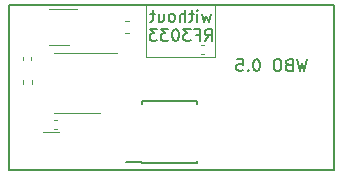
<source format=gbo>
G04 #@! TF.GenerationSoftware,KiCad,Pcbnew,(6.0.8)*
G04 #@! TF.CreationDate,2023-04-03T16:58:02+03:00*
G04 #@! TF.ProjectId,hellen1-wbo,68656c6c-656e-4312-9d77-626f2e6b6963,0.3*
G04 #@! TF.SameCoordinates,PX4a19ba0PY5aa5910*
G04 #@! TF.FileFunction,Legend,Bot*
G04 #@! TF.FilePolarity,Positive*
%FSLAX46Y46*%
G04 Gerber Fmt 4.6, Leading zero omitted, Abs format (unit mm)*
G04 Created by KiCad (PCBNEW (6.0.8)) date 2023-04-03 16:58:02*
%MOMM*%
%LPD*%
G01*
G04 APERTURE LIST*
%ADD10C,0.120000*%
%ADD11C,0.150000*%
%ADD12C,0.200000*%
G04 APERTURE END LIST*
D10*
X17500000Y9650000D02*
X11700000Y9650000D01*
X17500000Y9650000D02*
X17500000Y14015000D01*
X11700000Y9650000D02*
X11700000Y13990000D01*
D11*
X17167619Y13289286D02*
X16977142Y12622620D01*
X16786666Y13098810D01*
X16596190Y12622620D01*
X16405714Y13289286D01*
X16024761Y12622620D02*
X16024761Y13289286D01*
X16024761Y13622620D02*
X16072380Y13575000D01*
X16024761Y13527381D01*
X15977142Y13575000D01*
X16024761Y13622620D01*
X16024761Y13527381D01*
X15691428Y13289286D02*
X15310476Y13289286D01*
X15548571Y13622620D02*
X15548571Y12765477D01*
X15500952Y12670239D01*
X15405714Y12622620D01*
X15310476Y12622620D01*
X14977142Y12622620D02*
X14977142Y13622620D01*
X14548571Y12622620D02*
X14548571Y13146429D01*
X14596190Y13241667D01*
X14691428Y13289286D01*
X14834285Y13289286D01*
X14929523Y13241667D01*
X14977142Y13194048D01*
X13929523Y12622620D02*
X14024761Y12670239D01*
X14072380Y12717858D01*
X14120000Y12813096D01*
X14120000Y13098810D01*
X14072380Y13194048D01*
X14024761Y13241667D01*
X13929523Y13289286D01*
X13786666Y13289286D01*
X13691428Y13241667D01*
X13643809Y13194048D01*
X13596190Y13098810D01*
X13596190Y12813096D01*
X13643809Y12717858D01*
X13691428Y12670239D01*
X13786666Y12622620D01*
X13929523Y12622620D01*
X12739047Y13289286D02*
X12739047Y12622620D01*
X13167619Y13289286D02*
X13167619Y12765477D01*
X13120000Y12670239D01*
X13024761Y12622620D01*
X12881904Y12622620D01*
X12786666Y12670239D01*
X12739047Y12717858D01*
X12405714Y13289286D02*
X12024761Y13289286D01*
X12262857Y13622620D02*
X12262857Y12765477D01*
X12215238Y12670239D01*
X12120000Y12622620D01*
X12024761Y12622620D01*
X16643809Y11012620D02*
X16977142Y11488810D01*
X17215238Y11012620D02*
X17215238Y12012620D01*
X16834285Y12012620D01*
X16739047Y11965000D01*
X16691428Y11917381D01*
X16643809Y11822143D01*
X16643809Y11679286D01*
X16691428Y11584048D01*
X16739047Y11536429D01*
X16834285Y11488810D01*
X17215238Y11488810D01*
X15881904Y11536429D02*
X16215238Y11536429D01*
X16215238Y11012620D02*
X16215238Y12012620D01*
X15739047Y12012620D01*
X15453333Y12012620D02*
X14834285Y12012620D01*
X15167619Y11631667D01*
X15024761Y11631667D01*
X14929523Y11584048D01*
X14881904Y11536429D01*
X14834285Y11441191D01*
X14834285Y11203096D01*
X14881904Y11107858D01*
X14929523Y11060239D01*
X15024761Y11012620D01*
X15310476Y11012620D01*
X15405714Y11060239D01*
X15453333Y11107858D01*
X14215238Y12012620D02*
X14120000Y12012620D01*
X14024761Y11965000D01*
X13977142Y11917381D01*
X13929523Y11822143D01*
X13881904Y11631667D01*
X13881904Y11393572D01*
X13929523Y11203096D01*
X13977142Y11107858D01*
X14024761Y11060239D01*
X14120000Y11012620D01*
X14215238Y11012620D01*
X14310476Y11060239D01*
X14358095Y11107858D01*
X14405714Y11203096D01*
X14453333Y11393572D01*
X14453333Y11631667D01*
X14405714Y11822143D01*
X14358095Y11917381D01*
X14310476Y11965000D01*
X14215238Y12012620D01*
X13548571Y12012620D02*
X12929523Y12012620D01*
X13262857Y11631667D01*
X13120000Y11631667D01*
X13024761Y11584048D01*
X12977142Y11536429D01*
X12929523Y11441191D01*
X12929523Y11203096D01*
X12977142Y11107858D01*
X13024761Y11060239D01*
X13120000Y11012620D01*
X13405714Y11012620D01*
X13500952Y11060239D01*
X13548571Y11107858D01*
X12596190Y12012620D02*
X11977142Y12012620D01*
X12310476Y11631667D01*
X12167619Y11631667D01*
X12072380Y11584048D01*
X12024761Y11536429D01*
X11977142Y11441191D01*
X11977142Y11203096D01*
X12024761Y11107858D01*
X12072380Y11060239D01*
X12167619Y11012620D01*
X12453333Y11012620D01*
X12548571Y11060239D01*
X12596190Y11107858D01*
X25323809Y9447620D02*
X25085714Y8447620D01*
X24895238Y9161905D01*
X24704761Y8447620D01*
X24466666Y9447620D01*
X23752380Y8971429D02*
X23609523Y8923810D01*
X23561904Y8876191D01*
X23514285Y8780953D01*
X23514285Y8638096D01*
X23561904Y8542858D01*
X23609523Y8495239D01*
X23704761Y8447620D01*
X24085714Y8447620D01*
X24085714Y9447620D01*
X23752380Y9447620D01*
X23657142Y9400000D01*
X23609523Y9352381D01*
X23561904Y9257143D01*
X23561904Y9161905D01*
X23609523Y9066667D01*
X23657142Y9019048D01*
X23752380Y8971429D01*
X24085714Y8971429D01*
X22895238Y9447620D02*
X22704761Y9447620D01*
X22609523Y9400000D01*
X22514285Y9304762D01*
X22466666Y9114286D01*
X22466666Y8780953D01*
X22514285Y8590477D01*
X22609523Y8495239D01*
X22704761Y8447620D01*
X22895238Y8447620D01*
X22990476Y8495239D01*
X23085714Y8590477D01*
X23133333Y8780953D01*
X23133333Y9114286D01*
X23085714Y9304762D01*
X22990476Y9400000D01*
X22895238Y9447620D01*
X21085714Y9447620D02*
X20990476Y9447620D01*
X20895238Y9400000D01*
X20847619Y9352381D01*
X20800000Y9257143D01*
X20752380Y9066667D01*
X20752380Y8828572D01*
X20800000Y8638096D01*
X20847619Y8542858D01*
X20895238Y8495239D01*
X20990476Y8447620D01*
X21085714Y8447620D01*
X21180952Y8495239D01*
X21228571Y8542858D01*
X21276190Y8638096D01*
X21323809Y8828572D01*
X21323809Y9066667D01*
X21276190Y9257143D01*
X21228571Y9352381D01*
X21180952Y9400000D01*
X21085714Y9447620D01*
X20323809Y8542858D02*
X20276190Y8495239D01*
X20323809Y8447620D01*
X20371428Y8495239D01*
X20323809Y8542858D01*
X20323809Y8447620D01*
X19371428Y9447620D02*
X19847619Y9447620D01*
X19895238Y8971429D01*
X19847619Y9019048D01*
X19752380Y9066667D01*
X19514285Y9066667D01*
X19419047Y9019048D01*
X19371428Y8971429D01*
X19323809Y8876191D01*
X19323809Y8638096D01*
X19371428Y8542858D01*
X19419047Y8495239D01*
X19514285Y8447620D01*
X19752380Y8447620D01*
X19847619Y8495239D01*
X19895238Y8542858D01*
D12*
G04 #@! TO.C,M600*
X27600000Y14000000D02*
X100000Y14000000D01*
X100000Y14000000D02*
X100000Y100000D01*
X100000Y100000D02*
X27600000Y100000D01*
X27600000Y100000D02*
X27600000Y14000000D01*
D10*
G04 #@! TO.C,R609*
X10187779Y11640000D02*
X9862221Y11640000D01*
X10187779Y12660000D02*
X9862221Y12660000D01*
D11*
G04 #@! TO.C,U600*
X11325000Y5875000D02*
X11325000Y5650000D01*
X11325000Y625000D02*
X15975000Y625000D01*
X15975000Y5875000D02*
X15975000Y5650000D01*
X15975000Y625000D02*
X15975000Y850000D01*
X11325000Y5875000D02*
X15975000Y5875000D01*
X11325000Y625000D02*
X11325000Y750000D01*
X11325000Y750000D02*
X9975000Y750000D01*
D10*
G04 #@! TO.C,U601*
X5180000Y10615000D02*
X3420000Y10615000D01*
X3420000Y13685000D02*
X5850000Y13685000D01*
G04 #@! TO.C,C618*
X3917100Y3565000D02*
X4132772Y3565000D01*
X3917100Y4285000D02*
X4132772Y4285000D01*
G04 #@! TO.C,R630*
X16593641Y10620000D02*
X16286359Y10620000D01*
X16593641Y9860000D02*
X16286359Y9860000D01*
G04 #@! TO.C,R629*
X1230000Y7360011D02*
X1230000Y7667293D01*
X1990000Y7360011D02*
X1990000Y7667293D01*
G04 #@! TO.C,D604*
X3625000Y3310000D02*
X4275000Y3310000D01*
X3625000Y190000D02*
X1950000Y190000D01*
X3625000Y190000D02*
X4275000Y190000D01*
X3625000Y3310000D02*
X2975000Y3310000D01*
G04 #@! TO.C,C617*
X1240000Y9632464D02*
X1240000Y9416792D01*
X1960000Y9632464D02*
X1960000Y9416792D01*
G04 #@! TO.C,U605*
X5800000Y10009628D02*
X3850000Y10009628D01*
X5800000Y10009628D02*
X9250000Y10009628D01*
X5800000Y4889628D02*
X7750000Y4889628D01*
X5800000Y4889628D02*
X3850000Y4889628D01*
G04 #@! TD*
M02*

</source>
